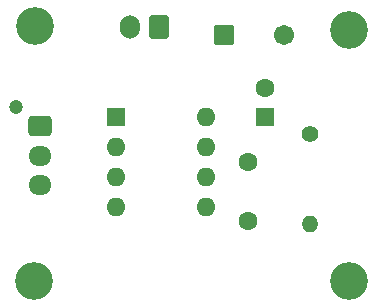
<source format=gbr>
%TF.GenerationSoftware,KiCad,Pcbnew,7.0.9*%
%TF.CreationDate,2023-12-15T09:36:50+01:00*%
%TF.ProjectId,VisibleLight,56697369-626c-4654-9c69-6768742e6b69,1.1*%
%TF.SameCoordinates,Original*%
%TF.FileFunction,Soldermask,Bot*%
%TF.FilePolarity,Negative*%
%FSLAX46Y46*%
G04 Gerber Fmt 4.6, Leading zero omitted, Abs format (unit mm)*
G04 Created by KiCad (PCBNEW 7.0.9) date 2023-12-15 09:36:50*
%MOMM*%
%LPD*%
G01*
G04 APERTURE LIST*
G04 Aperture macros list*
%AMRoundRect*
0 Rectangle with rounded corners*
0 $1 Rounding radius*
0 $2 $3 $4 $5 $6 $7 $8 $9 X,Y pos of 4 corners*
0 Add a 4 corners polygon primitive as box body*
4,1,4,$2,$3,$4,$5,$6,$7,$8,$9,$2,$3,0*
0 Add four circle primitives for the rounded corners*
1,1,$1+$1,$2,$3*
1,1,$1+$1,$4,$5*
1,1,$1+$1,$6,$7*
1,1,$1+$1,$8,$9*
0 Add four rect primitives between the rounded corners*
20,1,$1+$1,$2,$3,$4,$5,0*
20,1,$1+$1,$4,$5,$6,$7,0*
20,1,$1+$1,$6,$7,$8,$9,0*
20,1,$1+$1,$8,$9,$2,$3,0*%
G04 Aperture macros list end*
%ADD10RoundRect,0.250000X0.600000X0.750000X-0.600000X0.750000X-0.600000X-0.750000X0.600000X-0.750000X0*%
%ADD11O,1.700000X2.000000*%
%ADD12C,3.200000*%
%ADD13C,1.704000*%
%ADD14RoundRect,0.102000X-0.750000X-0.750000X0.750000X-0.750000X0.750000X0.750000X-0.750000X0.750000X0*%
%ADD15R,1.600000X1.600000*%
%ADD16O,1.600000X1.600000*%
%ADD17C,1.200000*%
%ADD18RoundRect,0.250000X-0.725000X0.600000X-0.725000X-0.600000X0.725000X-0.600000X0.725000X0.600000X0*%
%ADD19O,1.950000X1.700000*%
%ADD20C,1.600000*%
%ADD21C,1.400000*%
%ADD22O,1.400000X1.400000*%
G04 APERTURE END LIST*
D10*
%TO.C,J2*%
X63994500Y-18034000D03*
D11*
X61494500Y-18034000D03*
%TD*%
D12*
%TO.C,REF\u002A\u002A*%
X53473500Y-17890000D03*
%TD*%
%TO.C,REF\u002A\u002A*%
X53346500Y-39480000D03*
%TD*%
%TO.C,REF\u002A\u002A*%
X80016500Y-39480000D03*
%TD*%
D13*
%TO.C,D1*%
X74565500Y-18652000D03*
D14*
X69465500Y-18652000D03*
%TD*%
D15*
%TO.C,U1*%
X60331500Y-25637000D03*
D16*
X60331500Y-28177000D03*
X60331500Y-30717000D03*
X60331500Y-33257000D03*
X67951500Y-33257000D03*
X67951500Y-30717000D03*
X67951500Y-28177000D03*
X67951500Y-25637000D03*
%TD*%
D17*
%TO.C,J1*%
X51854500Y-24799000D03*
D18*
X53854500Y-26399000D03*
D19*
X53854500Y-28899000D03*
X53854500Y-31399000D03*
%TD*%
D12*
%TO.C,REF\u002A\u002A*%
X80016500Y-18271000D03*
%TD*%
D15*
%TO.C,C1*%
X72904500Y-25637000D03*
D20*
X72904500Y-23137000D03*
%TD*%
%TO.C,C2*%
X71507500Y-34400000D03*
X71507500Y-29400000D03*
%TD*%
D21*
%TO.C,R1*%
X76714500Y-27034000D03*
D22*
X76714500Y-34654000D03*
%TD*%
M02*

</source>
